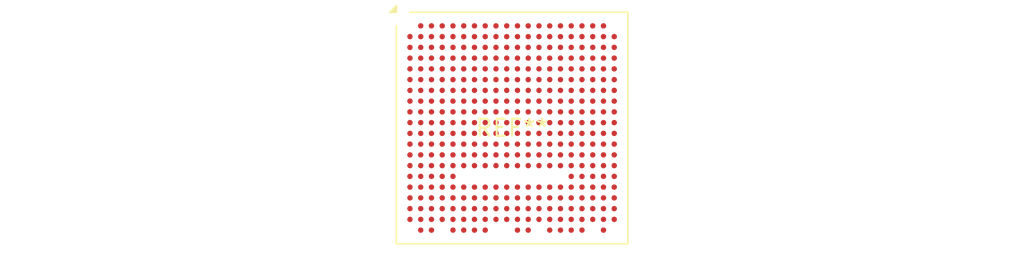
<source format=kicad_pcb>
(kicad_pcb (version 20240108) (generator pcbnew)
  (layers (0 "F.Cu" signal) (31 "B.Cu" signal) (34 "B.Paste" user) (35 "F.Paste" user) (36 "B.SilkS" user "B.Silkscreen") (37 "F.SilkS" user "F.Silkscreen") (38 "B.Mask" user) (39 "F.Mask" user) (44 "Edge.Cuts" user))
  (net 0 "")
  (footprint "Lattice_caBGA-381_17.0x17.0mm_Layout20x20_P0.8mm_Ball0.4mm_Pad0.4mm" (layer "F.Cu") (at 0 0)
    (property "Reference" "REF**")
    (property "Value" "Lattice_caBGA-381_17.0x17.0mm_Layout20x20_P0.8mm_Ball0.4mm_Pad0.4mm")
    (fp_line (start -8.61 8.61) (end -8.61 -7.61) (layer "F.SilkS") (stroke (width 0.12)))
    (fp_line (start -7.61 -8.61) (end 8.61 -8.61) (layer "F.SilkS") (stroke (width 0.12)))
    (fp_line (start 8.61 -8.61) (end 8.61 8.61) (layer "F.SilkS") (stroke (width 0.12)))
    (fp_line (start 8.61 8.61) (end -8.61 8.61) (layer "F.SilkS") (stroke (width 0.12)))
    (fp_poly (pts (xy -8.61 -8.61) (xy -9.11 -8.61) (xy -8.61 -9.11) (xy -8.61 -8.61)) (layer "F.SilkS") (stroke (width 0.12)) (fill solid))
    (pad "A2" smd circle (at -6.8 -7.6) (size 0.4 0.4) (property pad_prop_bga) (layers "F.Cu" "F.Paste" "F.Mask"))
    (pad "A3" smd circle (at -6 -7.6) (size 0.4 0.4) (property pad_prop_bga) (layers "F.Cu" "F.Paste" "F.Mask"))
    (pad "A4" smd circle (at -5.2 -7.6) (size 0.4 0.4) (property pad_prop_bga) (layers "F.Cu" "F.Paste" "F.Mask"))
    (pad "A5" smd circle (at -4.4 -7.6) (size 0.4 0.4) (property pad_prop_bga) (layers "F.Cu" "F.Paste" "F.Mask"))
    (pad "A6" smd circle (at -3.6 -7.6) (size 0.4 0.4) (property pad_prop_bga) (layers "F.Cu" "F.Paste" "F.Mask"))
    (pad "A7" smd circle (at -2.8 -7.6) (size 0.4 0.4) (property pad_prop_bga) (layers "F.Cu" "F.Paste" "F.Mask"))
    (pad "A8" smd circle (at -2 -7.6) (size 0.4 0.4) (property pad_prop_bga) (layers "F.Cu" "F.Paste" "F.Mask"))
    (pad "A9" smd circle (at -1.2 -7.6) (size 0.4 0.4) (property pad_prop_bga) (layers "F.Cu" "F.Paste" "F.Mask"))
    (pad "A10" smd circle (at -0.4 -7.6) (size 0.4 0.4) (property pad_prop_bga) (layers "F.Cu" "F.Paste" "F.Mask"))
    (pad "A11" smd circle (at 0.4 -7.6) (size 0.4 0.4) (property pad_prop_bga) (layers "F.Cu" "F.Paste" "F.Mask"))
    (pad "A12" smd circle (at 1.2 -7.6) (size 0.4 0.4) (property pad_prop_bga) (layers "F.Cu" "F.Paste" "F.Mask"))
    (pad "A13" smd circle (at 2 -7.6) (size 0.4 0.4) (property pad_prop_bga) (layers "F.Cu" "F.Paste" "F.Mask"))
    (pad "A14" smd circle (at 2.8 -7.6) (size 0.4 0.4) (property pad_prop_bga) (layers "F.Cu" "F.Paste" "F.Mask"))
    (pad "A15" smd circle (at 3.6 -7.6) (size 0.4 0.4) (property pad_prop_bga) (layers "F.Cu" "F.Paste" "F.Mask"))
    (pad "A16" smd circle (at 4.4 -7.6) (size 0.4 0.4) (property pad_prop_bga) (layers "F.Cu" "F.Paste" "F.Mask"))
    (pad "A17" smd circle (at 5.2 -7.6) (size 0.4 0.4) (property pad_prop_bga) (layers "F.Cu" "F.Paste" "F.Mask"))
    (pad "A18" smd circle (at 6 -7.6) (size 0.4 0.4) (property pad_prop_bga) (layers "F.Cu" "F.Paste" "F.Mask"))
    (pad "A19" smd circle (at 6.8 -7.6) (size 0.4 0.4) (property pad_prop_bga) (layers "F.Cu" "F.Paste" "F.Mask"))
    (pad "B1" smd circle (at -7.6 -6.8) (size 0.4 0.4) (property pad_prop_bga) (layers "F.Cu" "F.Paste" "F.Mask"))
    (pad "B2" smd circle (at -6.8 -6.8) (size 0.4 0.4) (property pad_prop_bga) (layers "F.Cu" "F.Paste" "F.Mask"))
    (pad "B3" smd circle (at -6 -6.8) (size 0.4 0.4) (property pad_prop_bga) (layers "F.Cu" "F.Paste" "F.Mask"))
    (pad "B4" smd circle (at -5.2 -6.8) (size 0.4 0.4) (property pad_prop_bga) (layers "F.Cu" "F.Paste" "F.Mask"))
    (pad "B5" smd circle (at -4.4 -6.8) (size 0.4 0.4) (property pad_prop_bga) (layers "F.Cu" "F.Paste" "F.Mask"))
    (pad "B6" smd circle (at -3.6 -6.8) (size 0.4 0.4) (property pad_prop_bga) (layers "F.Cu" "F.Paste" "F.Mask"))
    (pad "B7" smd circle (at -2.8 -6.8) (size 0.4 0.4) (property pad_prop_bga) (layers "F.Cu" "F.Paste" "F.Mask"))
    (pad "B8" smd circle (at -2 -6.8) (size 0.4 0.4) (property pad_prop_bga) (layers "F.Cu" "F.Paste" "F.Mask"))
    (pad "B9" smd circle (at -1.2 -6.8) (size 0.4 0.4) (property pad_prop_bga) (layers "F.Cu" "F.Paste" "F.Mask"))
    (pad "B10" smd circle (at -0.4 -6.8) (size 0.4 0.4) (property pad_prop_bga) (layers "F.Cu" "F.Paste" "F.Mask"))
    (pad "B11" smd circle (at 0.4 -6.8) (size 0.4 0.4) (property pad_prop_bga) (layers "F.Cu" "F.Paste" "F.Mask"))
    (pad "B12" smd circle (at 1.2 -6.8) (size 0.4 0.4) (property pad_prop_bga) (layers "F.Cu" "F.Paste" "F.Mask"))
    (pad "B13" smd circle (at 2 -6.8) (size 0.4 0.4) (property pad_prop_bga) (layers "F.Cu" "F.Paste" "F.Mask"))
    (pad "B14" smd circle (at 2.8 -6.8) (size 0.4 0.4) (property pad_prop_bga) (layers "F.Cu" "F.Paste" "F.Mask"))
    (pad "B15" smd circle (at 3.6 -6.8) (size 0.4 0.4) (property pad_prop_bga) (layers "F.Cu" "F.Paste" "F.Mask"))
    (pad "B16" smd circle (at 4.4 -6.8) (size 0.4 0.4) (property pad_prop_bga) (layers "F.Cu" "F.Paste" "F.Mask"))
    (pad "B17" smd circle (at 5.2 -6.8) (size 0.4 0.4) (property pad_prop_bga) (layers "F.Cu" "F.Paste" "F.Mask"))
    (pad "B18" smd circle (at 6 -6.8) (size 0.4 0.4) (property pad_prop_bga) (layers "F.Cu" "F.Paste" "F.Mask"))
    (pad "B19" smd circle (at 6.8 -6.8) (size 0.4 0.4) (property pad_prop_bga) (layers "F.Cu" "F.Paste" "F.Mask"))
    (pad "B20" smd circle (at 7.6 -6.8) (size 0.4 0.4) (property pad_prop_bga) (layers "F.Cu" "F.Paste" "F.Mask"))
    (pad "C1" smd circle (at -7.6 -6) (size 0.4 0.4) (property pad_prop_bga) (layers "F.Cu" "F.Paste" "F.Mask"))
    (pad "C2" smd circle (at -6.8 -6) (size 0.4 0.4) (property pad_prop_bga) (layers "F.Cu" "F.Paste" "F.Mask"))
    (pad "C3" smd circle (at -6 -6) (size 0.4 0.4) (property pad_prop_bga) (layers "F.Cu" "F.Paste" "F.Mask"))
    (pad "C4" smd circle (at -5.2 -6) (size 0.4 0.4) (property pad_prop_bga) (layers "F.Cu" "F.Paste" "F.Mask"))
    (pad "C5" smd circle (at -4.4 -6) (size 0.4 0.4) (property pad_prop_bga) (layers "F.Cu" "F.Paste" "F.Mask"))
    (pad "C6" smd circle (at -3.6 -6) (size 0.4 0.4) (property pad_prop_bga) (layers "F.Cu" "F.Paste" "F.Mask"))
    (pad "C7" smd circle (at -2.8 -6) (size 0.4 0.4) (property pad_prop_bga) (layers "F.Cu" "F.Paste" "F.Mask"))
    (pad "C8" smd circle (at -2 -6) (size 0.4 0.4) (property pad_prop_bga) (layers "F.Cu" "F.Paste" "F.Mask"))
    (pad "C9" smd circle (at -1.2 -6) (size 0.4 0.4) (property pad_prop_bga) (layers "F.Cu" "F.Paste" "F.Mask"))
    (pad "C10" smd circle (at -0.4 -6) (size 0.4 0.4) (property pad_prop_bga) (layers "F.Cu" "F.Paste" "F.Mask"))
    (pad "C11" smd circle (at 0.4 -6) (size 0.4 0.4) (property pad_prop_bga) (layers "F.Cu" "F.Paste" "F.Mask"))
    (pad "C12" smd circle (at 1.2 -6) (size 0.4 0.4) (property pad_prop_bga) (layers "F.Cu" "F.Paste" "F.Mask"))
    (pad "C13" smd circle (at 2 -6) (size 0.4 0.4) (property pad_prop_bga) (layers "F.Cu" "F.Paste" "F.Mask"))
    (pad "C14" smd circle (at 2.8 -6) (size 0.4 0.4) (property pad_prop_bga) (layers "F.Cu" "F.Paste" "F.Mask"))
    (pad "C15" smd circle (at 3.6 -6) (size 0.4 0.4) (property pad_prop_bga) (layers "F.Cu" "F.Paste" "F.Mask"))
    (pad "C16" smd circle (at 4.4 -6) (size 0.4 0.4) (property pad_prop_bga) (layers "F.Cu" "F.Paste" "F.Mask"))
    (pad "C17" smd circle (at 5.2 -6) (size 0.4 0.4) (property pad_prop_bga) (layers "F.Cu" "F.Paste" "F.Mask"))
    (pad "C18" smd circle (at 6 -6) (size 0.4 0.4) (property pad_prop_bga) (layers "F.Cu" "F.Paste" "F.Mask"))
    (pad "C19" smd circle (at 6.8 -6) (size 0.4 0.4) (property pad_prop_bga) (layers "F.Cu" "F.Paste" "F.Mask"))
    (pad "C20" smd circle (at 7.6 -6) (size 0.4 0.4) (property pad_prop_bga) (layers "F.Cu" "F.Paste" "F.Mask"))
    (pad "D1" smd circle (at -7.6 -5.2) (size 0.4 0.4) (property pad_prop_bga) (layers "F.Cu" "F.Paste" "F.Mask"))
    (pad "D2" smd circle (at -6.8 -5.2) (size 0.4 0.4) (property pad_prop_bga) (layers "F.Cu" "F.Paste" "F.Mask"))
    (pad "D3" smd circle (at -6 -5.2) (size 0.4 0.4) (property pad_prop_bga) (layers "F.Cu" "F.Paste" "F.Mask"))
    (pad "D4" smd circle (at -5.2 -5.2) (size 0.4 0.4) (property pad_prop_bga) (layers "F.Cu" "F.Paste" "F.Mask"))
    (pad "D5" smd circle (at -4.4 -5.2) (size 0.4 0.4) (property pad_prop_bga) (layers "F.Cu" "F.Paste" "F.Mask"))
    (pad "D6" smd circle (at -3.6 -5.2) (size 0.4 0.4) (property pad_prop_bga) (layers "F.Cu" "F.Paste" "F.Mask"))
    (pad "D7" smd circle (at -2.8 -5.2) (size 0.4 0.4) (property pad_prop_bga) (layers "F.Cu" "F.Paste" "F.Mask"))
    (pad "D8" smd circle (at -2 -5.2) (size 0.4 0.4) (property pad_prop_bga) (layers "F.Cu" "F.Paste" "F.Mask"))
    (pad "D9" smd circle (at -1.2 -5.2) (size 0.4 0.4) (property pad_prop_bga) (layers "F.Cu" "F.Paste" "F.Mask"))
    (pad "D10" smd circle (at -0.4 -5.2) (size 0.4 0.4) (property pad_prop_bga) (layers "F.Cu" "F.Paste" "F.Mask"))
    (pad "D11" smd circle (at 0.4 -5.2) (size 0.4 0.4) (property pad_prop_bga) (layers "F.Cu" "F.Paste" "F.Mask"))
    (pad "D12" smd circle (at 1.2 -5.2) (size 0.4 0.4) (property pad_prop_bga) (layers "F.Cu" "F.Paste" "F.Mask"))
    (pad "D13" smd circle (at 2 -5.2) (size 0.4 0.4) (property pad_prop_bga) (layers "F.Cu" "F.Paste" "F.Mask"))
    (pad "D14" smd circle (at 2.8 -5.2) (size 0.4 0.4) (property pad_prop_bga) (layers "F.Cu" "F.Paste" "F.Mask"))
    (pad "D15" smd circle (at 3.6 -5.2) (size 0.4 0.4) (property pad_prop_bga) (layers "F.Cu" "F.Paste" "F.Mask"))
    (pad "D16" smd circle (at 4.4 -5.2) (size 0.4 0.4) (property pad_prop_bga) (layers "F.Cu" "F.Paste" "F.Mask"))
    (pad "D17" smd circle (at 5.2 -5.2) (size 0.4 0.4) (property pad_prop_bga) (layers "F.Cu" "F.Paste" "F.Mask"))
    (pad "D18" smd circle (at 6 -5.2) (size 0.4 0.4) (property pad_prop_bga) (layers "F.Cu" "F.Paste" "F.Mask"))
    (pad "D19" smd circle (at 6.8 -5.2) (size 0.4 0.4) (property pad_prop_bga) (layers "F.Cu" "F.Paste" "F.Mask"))
    (pad "D20" smd circle (at 7.6 -5.2) (size 0.4 0.4) (property pad_prop_bga) (layers "F.Cu" "F.Paste" "F.Mask"))
    (pad "E1" smd circle (at -7.6 -4.4) (size 0.4 0.4) (property pad_prop_bga) (layers "F.Cu" "F.Paste" "F.Mask"))
    (pad "E2" smd circle (at -6.8 -4.4) (size 0.4 0.4) (property pad_prop_bga) (layers "F.Cu" "F.Paste" "F.Mask"))
    (pad "E3" smd circle (at -6 -4.4) (size 0.4 0.4) (property pad_prop_bga) (layers "F.Cu" "F.Paste" "F.Mask"))
    (pad "E4" smd circle (at -5.2 -4.4) (size 0.4 0.4) (property pad_prop_bga) (layers "F.Cu" "F.Paste" "F.Mask"))
    (pad "E5" smd circle (at -4.4 -4.4) (size 0.4 0.4) (property pad_prop_bga) (layers "F.Cu" "F.Paste" "F.Mask"))
    (pad "E6" smd circle (at -3.6 -4.4) (size 0.4 0.4) (property pad_prop_bga) (layers "F.Cu" "F.Paste" "F.Mask"))
    (pad "E7" smd circle (at -2.8 -4.4) (size 0.4 0.4) (property pad_prop_bga) (layers "F.Cu" "F.Paste" "F.Mask"))
    (pad "E8" smd circle (at -2 -4.4) (size 0.4 0.4) (property pad_prop_bga) (layers "F.Cu" "F.Paste" "F.Mask"))
    (pad "E9" smd circle (at -1.2 -4.4) (size 0.4 0.4) (property pad_prop_bga) (layers "F.Cu" "F.Paste" "F.Mask"))
    (pad "E10" smd circle (at -0.4 -4.4) (size 0.4 0.4) (property pad_prop_bga) (layers "F.Cu" "F.Paste" "F.Mask"))
    (pad "E11" smd circle (at 0.4 -4.4) (size 0.4 0.4) (property pad_prop_bga) (layers "F.Cu" "F.Paste" "F.Mask"))
    (pad "E12" smd circle (at 1.2 -4.4) (size 0.4 0.4) (property pad_prop_bga) (layers "F.Cu" "F.Paste" "F.Mask"))
    (pad "E13" smd circle (at 2 -4.4) (size 0.4 0.4) (property pad_prop_bga) (layers "F.Cu" "F.Paste" "F.Mask"))
    (pad "E14" smd circle (at 2.8 -4.4) (size 0.4 0.4) (property pad_prop_bga) (layers "F.Cu" "F.Paste" "F.Mask"))
    (pad "E15" smd circle (at 3.6 -4.4) (size 0.4 0.4) (property pad_prop_bga) (layers "F.Cu" "F.Paste" "F.Mask"))
    (pad "E16" smd circle (at 4.4 -4.4) (size 0.4 0.4) (property pad_prop_bga) (layers "F.Cu" "F.Paste" "F.Mask"))
    (pad "E17" smd circle (at 5.2 -4.4) (size 0.4 0.4) (property pad_prop_bga) (layers "F.Cu" "F.Paste" "F.Mask"))
    (pad "E18" smd circle (at 6 -4.4) (size 0.4 0.4) (property pad_prop_bga) (layers "F.Cu" "F.Paste" "F.Mask"))
    (pad "E19" smd circle (at 6.8 -4.4) (size 0.4 0.4) (property pad_prop_bga) (layers "F.Cu" "F.Paste" "F.Mask"))
    (pad "E20" smd circle (at 7.6 -4.4) (size 0.4 0.4) (property pad_prop_bga) (layers "F.Cu" "F.Paste" "F.Mask"))
    (pad "F1" smd circle (at -7.6 -3.6) (size 0.4 0.4) (property pad_prop_bga) (layers "F.Cu" "F.Paste" "F.Mask"))
    (pad "F2" smd circle (at -6.8 -3.6) (size 0.4 0.4) (property pad_prop_bga) (layers "F.Cu" "F.Paste" "F.Mask"))
    (pad "F3" smd circle (at -6 -3.6) (size 0.4 0.4) (property pad_prop_bga) (layers "F.Cu" "F.Paste" "F.Mask"))
    (pad "F4" smd circle (at -5.2 -3.6) (size 0.4 0.4) (property pad_prop_bga) (layers "F.Cu" "F.Paste" "F.Mask"))
    (pad "F5" smd circle (at -4.4 -3.6) (size 0.4 0.4) (property pad_prop_bga) (layers "F.Cu" "F.Paste" "F.Mask"))
    (pad "F6" smd circle (at -3.6 -3.6) (size 0.4 0.4) (property pad_prop_bga) (layers "F.Cu" "F.Paste" "F.Mask"))
    (pad "F7" smd circle (at -2.8 -3.6) (size 0.4 0.4) (property pad_prop_bga) (layers "F.Cu" "F.Paste" "F.Mask"))
    (pad "F8" smd circle (at -2 -3.6) (size 0.4 0.4) (property pad_prop_bga) (layers "F.Cu" "F.Paste" "F.Mask"))
    (pad "F9" smd circle (at -1.2 -3.6) (size 0.4 0.4) (property pad_prop_bga) (layers "F.Cu" "F.Paste" "F.Mask"))
    (pad "F10" smd circle (at -0.4 -3.6) (size 0.4 0.4) (property pad_prop_bga) (layers "F.Cu" "F.Paste" "F.Mask"))
    (pad "F11" smd circle (at 0.4 -3.6) (size 0.4 0.4) (property pad_prop_bga) (layers "F.Cu" "F.Paste" "F.Mask"))
    (pad "F12" smd circle (at 1.2 -3.6) (size 0.4 0.4) (property pad_prop_bga) (layers "F.Cu" "F.Paste" "F.Mask"))
    (pad "F13" smd circle (at 2 -3.6) (size 0.4 0.4) (property pad_prop_bga) (layers "F.Cu" "F.Paste" "F.Mask"))
    (pad "F14" smd circle (at 2.8 -3.6) (size 0.4 0.4) (property pad_prop_bga) (layers "F.Cu" "F.Paste" "F.Mask"))
    (pad "F15" smd circle (at 3.6 -3.6) (size 0.4 0.4) (property pad_prop_bga) (layers "F.Cu" "F.Paste" "F.Mask"))
    (pad "F16" smd circle (at 4.4 -3.6) (size 0.4 0.4) (property pad_prop_bga) (layers "F.Cu" "F.Paste" "F.Mask"))
    (pad "F17" smd circle (at 5.2 -3.6) (size 0.4 0.4) (property pad_prop_bga) (layers "F.Cu" "F.Paste" "F.Mask"))
    (pad "F18" smd circle (at 6 -3.6) (size 0.4 0.4) (property pad_prop_bga) (layers "F.Cu" "F.Paste" "F.Mask"))
    (pad "F19" smd circle (at 6.8 -3.6) (size 0.4 0.4) (property pad_prop_bga) (layers "F.Cu" "F.Paste" "F.Mask"))
    (pad "F20" smd circle (at 7.6 -3.6) (size 0.4 0.4) (property pad_prop_bga) (layers "F.Cu" "F.Paste" "F.Mask"))
    (pad "G1" smd circle (at -7.6 -2.8) (size 0.4 0.4) (property pad_prop_bga) (layers "F.Cu" "F.Paste" "F.Mask"))
    (pad "G2" smd circle (at -6.8 -2.8) (size 0.4 0.4) (property pad_prop_bga) (layers "F.Cu" "F.Paste" "F.Mask"))
    (pad "G3" smd circle (at -6 -2.8) (size 0.4 0.4) (property pad_prop_bga) (layers "F.Cu" "F.Paste" "F.Mask"))
    (pad "G4" smd circle (at -5.2 -2.8) (size 0.4 0.4) (property pad_prop_bga) (layers "F.Cu" "F.Paste" "F.Mask"))
    (pad "G5" smd circle (at -4.4 -2.8) (size 0.4 0.4) (property pad_prop_bga) (layers "F.Cu" "F.Paste" "F.Mask"))
    (pad "G6" smd circle (at -3.6 -2.8) (size 0.4 0.4) (property pad_prop_bga) (layers "F.Cu" "F.Paste" "F.Mask"))
    (pad "G7" smd circle (at -2.8 -2.8) (size 0.4 0.4) (property pad_prop_bga) (layers "F.Cu" "F.Paste" "F.Mask"))
    (pad "G8" smd circle (at -2 -2.8) (size 0.4 0.4) (property pad_prop_bga) (layers "F.Cu" "F.Paste" "F.Mask"))
    (pad "G9" smd circle (at -1.2 -2.8) (size 0.4 0.4) (property pad_prop_bga) (layers "F.Cu" "F.Paste" "F.Mask"))
    (pad "G10" smd circle (at -0.4 -2.8) (size 0.4 0.4) (property pad_prop_bga) (layers "F.Cu" "F.Paste" "F.Mask"))
    (pad "G11" smd circle (at 0.4 -2.8) (size 0.4 0.4) (property pad_prop_bga) (layers "F.Cu" "F.Paste" "F.Mask"))
    (pad "G12" smd circle (at 1.2 -2.8) (size 0.4 0.4) (property pad_prop_bga) (layers "F.Cu" "F.Paste" "F.Mask"))
    (pad "G13" smd circle (at 2 -2.8) (size 0.4 0.4) (property pad_prop_bga) (layers "F.Cu" "F.Paste" "F.Mask"))
    (pad "G14" smd circle (at 2.8 -2.8) (size 0.4 0.4) (property pad_prop_bga) (layers "F.Cu" "F.Paste" "F.Mask"))
    (pad "G15" smd circle (at 3.6 -2.8) (size 0.4 0.4) (property pad_prop_bga) (layers "F.Cu" "F.Paste" "F.Mask"))
    (pad "G16" smd circle (at 4.4 -2.8) (size 0.4 0.4) (property pad_prop_bga) (layers "F.Cu" "F.Paste" "F.Mask"))
    (pad "G17" smd circle (at 5.2 -2.8) (size 0.4 0.4) (property pad_prop_bga) (layers "F.Cu" "F.Paste" "F.Mask"))
    (pad "G18" smd circle (at 6 -2.8) (size 0.4 0.4) (property pad_prop_bga) (layers "F.Cu" "F.Paste" "F.Mask"))
    (pad "G19" smd circle (at 6.8 -2.8) (size 0.4 0.4) (property pad_prop_bga) (layers "F.Cu" "F.Paste" "F.Mask"))
    (pad "G20" smd circle (at 7.6 -2.8) (size 0.4 0.4) (property pad_prop_bga) (layers "F.Cu" "F.Paste" "F.Mask"))
    (pad "H1" smd circle (at -7.6 -2) (size 0.4 0.4) (property pad_prop_bga) (layers "F.Cu" "F.Paste" "F.Mask"))
    (pad "H2" smd circle (at -6.8 -2) (size 0.4 0.4) (property pad_prop_bga) (layers "F.Cu" "F.Paste" "F.Mask"))
    (pad "H3" smd circle (at -6 -2) (size 0.4 0.4) (property pad_prop_bga) (layers "F.Cu" "F.Paste" "F.Mask"))
    (pad "H4" smd circle (at -5.2 -2) (size 0.4 0.4) (property pad_prop_bga) (layers "F.Cu" "F.Paste" "F.Mask"))
    (pad "H5" smd circle (at -4.4 -2) (size 0.4 0.4) (property pad_prop_bga) (layers "F.Cu" "F.Paste" "F.Mask"))
    (pad "H6" smd circle (at -3.6 -2) (size 0.4 0.4) (property pad_prop_bga) (layers "F.Cu" "F.Paste" "F.Mask"))
    (pad "H7" smd circle (at -2.8 -2) (size 0.4 0.4) (property pad_prop_bga) (layers "F.Cu" "F.Paste" "F.Mask"))
    (pad "H8" smd circle (at -2 -2) (size 0.4 0.4) (property pad_prop_bga) (layers "F.Cu" "F.Paste" "F.Mask"))
    (pad "H9" smd circle (at -1.2 -2) (size 0.4 0.4) (property pad_prop_bga) (layers "F.Cu" "F.Paste" "F.Mask"))
    (pad "H10" smd circle (at -0.4 -2) (size 0.4 0.4) (property pad_prop_bga) (layers "F.Cu" "F.Paste" "F.Mask"))
    (pad "H11" smd circle (at 0.4 -2) (size 0.4 0.4) (property pad_prop_bga) (layers "F.Cu" "F.Paste" "F.Mask"))
    (pad "H12" smd circle (at 1.2 -2) (size 0.4 0.4) (property pad_prop_bga) (layers "F.Cu" "F.Paste" "F.Mask"))
    (pad "H13" smd circle (at 2 -2) (size 0.4 0.4) (property pad_prop_bga) (layers "F.Cu" "F.Paste" "F.Mask"))
    (pad "H14" smd circle (at 2.8 -2) (size 0.4 0.4) (property pad_prop_bga) (layers "F.Cu" "F.Paste" "F.Mask"))
    (pad "H15" smd circle (at 3.6 -2) (size 0.4 0.4) (property pad_prop_bga) (layers "F.Cu" "F.Paste" "F.Mask"))
    (pad "H16" smd circle (at 4.4 -2) (size 0.4 0.4) (property pad_prop_bga) (layers "F.Cu" "F.Paste" "F.Mask"))
    (pad "H17" smd circle (at 5.2 -2) (size 0.4 0.4) (property pad_prop_bga) (layers "F.Cu" "F.Paste" "F.Mask"))
    (pad "H18" smd circle (at 6 -2) (size 0.4 0.4) (property pad_prop_bga) (layers "F.Cu" "F.Paste" "F.Mask"))
    (pad "H19" smd circle (at 6.8 -2) (size 0.4 0.4) (property pad_prop_bga) (layers "F.Cu" "F.Paste" "F.Mask"))
    (pad "H20" smd circle (at 7.6 -2) (size 0.4 0.4) (property pad_prop_bga) (layers "F.Cu" "F.Paste" "F.Mask"))
    (pad "J1" smd circle (at -7.6 -1.2) (size 0.4 0.4) (property pad_prop_bga) (layers "F.Cu" "F.Paste" "F.Mask"))
    (pad "J2" smd circle (at -6.8 -1.2) (size 0.4 0.4) (property pad_prop_bga) (layers "F.Cu" "F.Paste" "F.Mask"))
    (pad "J3" smd circle (at -6 -1.2) (size 0.4 0.4) (property pad_prop_bga) (layers "F.Cu" "F.Paste" "F.Mask"))
    (pad "J4" smd circle (at -5.2 -1.2) (size 0.4 0.4) (property pad_prop_bga) (layers "F.Cu" "F.Paste" "F.Mask"))
    (pad "J5" smd circle (at -4.4 -1.2) (size 0.4 0.4) (property pad_prop_bga) (layers "F.Cu" "F.Paste" "F.Mask"))
    (pad "J6" smd circle (at -3.6 -1.2) (size 0.4 0.4) (property pad_prop_bga) (layers "F.Cu" "F.Paste" "F.Mask"))
    (pad "J7" smd circle (at -2.8 -1.2) (size 0.4 0.4) (property pad_prop_bga) (layers "F.Cu" "F.Paste" "F.Mask"))
    (pad "J8" smd circle (at -2 -1.2) (size 0.4 0.4) (property pad_prop_bga) (layers "F.Cu" "F.Paste" "F.Mask"))
    (pad "J9" smd circle (at -1.2 -1.2) (size 0.4 0.4) (property pad_prop_bga) (layers "F.Cu" "F.Paste" "F.Mask"))
    (pad "J10" smd circle (at -0.4 -1.2) (size 0.4 0.4) (property pad_prop_bga) (layers "F.Cu" "F.Paste" "F.Mask"))
    (pad "J11" smd circle (at 0.4 -1.2) (size 0.4 0.4) (property pad_prop_bga) (layers "F.Cu" "F.Paste" "F.Mask"))
    (pad "J12" smd circle (at 1.2 -1.2) (size 0.4 0.4) (property pad_prop_bga) (layers "F.Cu" "F.Paste" "F.Mask"))
    (pad "J13" smd circle (at 2 -1.2) (size 0.4 0.4) (property pad_prop_bga) (layers "F.Cu" "F.Paste" "F.Mask"))
    (pad "J14" smd circle (at 2.8 -1.2) (size 0.4 0.4) (property pad_prop_bga) (layers "F.Cu" "F.Paste" "F.Mask"))
    (pad "J15" smd circle (at 3.6 -1.2) (size 0.4 0.4) (property pad_prop_bga) (layers "F.Cu" "F.Paste" "F.Mask"))
    (pad "J16" smd circle (at 4.4 -1.2) (size 0.4 0.4) (property pad_prop_bga) (layers "F.Cu" "F.Paste" "F.Mask"))
    (pad "J17" smd circle (at 5.2 -1.2) (size 0.4 0.4) (property pad_prop_bga) (layers "F.Cu" "F.Paste" "F.Mask"))
    (pad "J18" smd circle (at 6 -1.2) (size 0.4 0.4) (property pad_prop_bga) (layers "F.Cu" "F.Paste" "F.Mask"))
    (pad "J19" smd circle (at 6.8 -1.2) (size 0.4 0.4) (property pad_prop_bga) (layers "F.Cu" "F.Paste" "F.Mask"))
    (pad "J20" smd circle (at 7.6 -1.2) (size 0.4 0.4) (property pad_prop_bga) (layers "F.Cu" "F.Paste" "F.Mask"))
    (pad "K1" smd circle (at -7.6 -0.4) (size 0.4 0.4) (property pad_prop_bga) (layers "F.Cu" "F.Paste" "F.Mask"))
    (pad "K2" smd circle (at -6.8 -0.4) (size 0.4 0.4) (property pad_prop_bga) (layers "F.Cu" "F.Paste" "F.Mask"))
    (pad "K3" smd circle (at -6 -0.4) (size 0.4 0.4) (property pad_prop_bga) (layers "F.Cu" "F.Paste" "F.Mask"))
    (pad "K4" smd circle (at -5.2 -0.4) (size 0.4 0.4) (property pad_prop_bga) (layers "F.Cu" "F.Paste" "F.Mask"))
    (pad "K5" smd circle (at -4.4 -0.4) (size 0.4 0.4) (property pad_prop_bga) (layers "F.Cu" "F.Paste" "F.Mask"))
    (pad "K6" smd circle (at -3.6 -0.4) (size 0.4 0.4) (property pad_prop_bga) (layers "F.Cu" "F.Paste" "F.Mask"))
    (pad "K7" smd circle (at -2.8 -0.4) (size 0.4 0.4) (property pad_prop_bga) (layers "F.Cu" "F.Paste" "F.Mask"))
    (pad "K8" smd circle (at -2 -0.4) (size 0.4 0.4) (property pad_prop_bga) (layers "F.Cu" "F.Paste" "F.Mask"))
    (pad "K9" smd circle (at -1.2 -0.4) (size 0.4 0.4) (property pad_prop_bga) (layers "F.Cu" "F.Paste" "F.Mask"))
    (pad "K10" smd circle (at -0.4 -0.4) (size 0.4 0.4) (property pad_prop_bga) (layers "F.Cu" "F.Paste" "F.Mask"))
    (pad "K11" smd circle (at 0.4 -0.4) (size 0.4 0.4) (property pad_prop_bga) (layers "F.Cu" "F.Paste" "F.Mask"))
    (pad "K12" smd circle (at 1.2 -0.4) (size 0.4 0.4) (property pad_prop_bga) (layers "F.Cu" "F.Paste" "F.Mask"))
    (pad "K13" smd circle (at 2 -0.4) (size 0.4 0.4) (property pad_prop_bga) (layers "F.Cu" "F.Paste" "F.Mask"))
    (pad "K14" smd circle (at 2.8 -0.4) (size 0.4 0.4) (property pad_prop_bga) (layers "F.Cu" "F.Paste" "F.Mask"))
    (pad "K15" smd circle (at 3.6 -0.4) (size 0.4 0.4) (property pad_prop_bga) (layers "F.Cu" "F.Paste" "F.Mask"))
    (pad "K16" smd circle (at 4.4 -0.4) (size 0.4 0.4) (property pad_prop_bga) (layers "F.Cu" "F.Paste" "F.Mask"))
    (pad "K17" smd circle (at 5.2 -0.4) (size 0.4 0.4) (property pad_prop_bga) (layers "F.Cu" "F.Paste" "F.Mask"))
    (pad "K18" smd circle (at 6 -0.4) (size 0.4 0.4) (property pad_prop_bga) (layers "F.Cu" "F.Paste" "F.Mask"))
    (pad "K19" smd circle (at 6.8 -0.4) (size 0.4 0.4) (property pad_prop_bga) (layers "F.Cu" "F.Paste" "F.Mask"))
    (pad "K20" smd circle (at 7.6 -0.4) (size 0.4 0.4) (property pad_prop_bga) (layers "F.Cu" "F.Paste" "F.Mask"))
    (pad "L1" smd circle (at -7.6 0.4) (size 0.4 0.4) (property pad_prop_bga) (layers "F.Cu" "F.Paste" "F.Mask"))
    (pad "L2" smd circle (at -6.8 0.4) (size 0.4 0.4) (property pad_prop_bga) (layers "F.Cu" "F.Paste" "F.Mask"))
    (pad "L3" smd circle (at -6 0.4) (size 0.4 0.4) (property pad_prop_bga) (layers "F.Cu" "F.Paste" "F.Mask"))
    (pad "L4" smd circle (at -5.2 0.4) (size 0.4 0.4) (property pad_prop_bga) (layers "F.Cu" "F.Paste" "F.Mask"))
    (pad "L5" smd circle (at -4.4 0.4) (size 0.4 0.4) (property pad_prop_bga) (layers "F.Cu" "F.Paste" "F.Mask"))
    (pad "L6" smd circle (at -3.6 0.4) (size 0.4 0.4) (property pad_prop_bga) (layers "F.Cu" "F.Paste" "F.Mask"))
    (pad "L7" smd circle (at -2.8 0.4) (size 0.4 0.4) (property pad_prop_bga) (layers "F.Cu" "F.Paste" "F.Mask"))
    (pad "L8" smd circle (at -2 0.4) (size 0.4 0.4) (property pad_prop_bga) (layers "F.Cu" "F.Paste" "F.Mask"))
    (pad "L9" smd circle (at -1.2 0.4) (size 0.4 0.4) (property pad_prop_bga) (layers "F.Cu" "F.Paste" "F.Mask"))
    (pad "L10" smd circle (at -0.4 0.4) (size 0.4 0.4) (property pad_prop_bga) (layers "F.Cu" "F.Paste" "F.Mask"))
    (pad "L11" smd circle (at 0.4 0.4) (size 0.4 0.4) (property pad_prop_bga) (layers "F.Cu" "F.Paste" "F.Mask"))
    (pad "L12" smd circle (at 1.2 0.4) (size 0.4 0.4) (property pad_prop_bga) (layers "F.Cu" "F.Paste" "F.Mask"))
    (pad "L13" smd circle (at 2 0.4) (size 0.4 0.4) (property pad_prop_bga) (layers "F.Cu" "F.Paste" "F.Mask"))
    (pad "L14" smd circle (at 2.8 0.4) (size 0.4 0.4) (property pad_prop_bga) (layers "F.Cu" "F.Paste" "F.Mask"))
    (pad "L15" smd circle (at 3.6 0.4) (size 0.4 0.4) (property pad_prop_bga) (layers "F.Cu" "F.Paste" "F.Mask"))
    (pad "L16" smd circle (at 4.4 0.4) (size 0.4 0.4) (property pad_prop_bga) (layers "F.Cu" "F.Paste" "F.Mask"))
    (pad "L17" smd circle (at 5.2 0.4) (size 0.4 0.4) (property pad_prop_bga) (layers "F.Cu" "F.Paste" "F.Mask"))
    (pad "L18" smd circle (at 6 0.4) (size 0.4 0.4) (property pad_prop_bga) (layers "F.Cu" "F.Paste" "F.Mask"))
    (pad "L19" smd circle (at 6.8 0.4) (size 0.4 0.4) (property pad_prop_bga) (layers "F.Cu" "F.Paste" "F.Mask"))
    (pad "L20" smd circle (at 7.6 0.4) (size 0.4 0.4) (property pad_prop_bga) (layers "F.Cu" "F.Paste" "F.Mask"))
    (pad "M1" smd circle (at -7.6 1.2) (size 0.4 0.4) (property pad_prop_bga) (layers "F.Cu" "F.Paste" "F.Mask"))
    (pad "M2" smd circle (at -6.8 1.2) (size 0.4 0.4) (property pad_prop_bga) (layers "F.Cu" "F.Paste" "F.Mask"))
    (pad "M3" smd circle (at -6 1.2) (size 0.4 0.4) (property pad_prop_bga) (layers "F.Cu" "F.Paste" "F.Mask"))
    (pad "M4" smd circle (at -5.2 1.2) (size 0.4 0.4) (property pad_prop_bga) (layers "F.Cu" "F.Paste" "F.Mask"))
    (pad "M5" smd circle (at -4.4 1.2) (size 0.4 0.4) (property pad_prop_bga) (layers "F.Cu" "F.Paste" "F.Mask"))
    (pad "M6" smd circle (at -3.6 1.2) (size 0.4 0.4) (property pad_prop_bga) (layers "F.Cu" "F.Paste" "F.Mask"))
    (pad "M7" smd circle (at -2.8 1.2) (size 0.4 0.4) (property pad_prop_bga) (layers "F.Cu" "F.Paste" "F.Mask"))
    (pad "M8" smd circle (at -2 1.2) (size 0.4 0.4) (property pad_prop_bga) (layers "F.Cu" "F.Paste" "F.Mask"))
    (pad "M9" smd circle (at -1.2 1.2) (size 0.4 0.4) (property pad_prop_bga) (layers "F.Cu" "F.Paste" "F.Mask"))
    (pad "M10" smd circle (at -0.4 1.2) (size 0.4 0.4) (property pad_prop_bga) (layers "F.Cu" "F.Paste" "F.Mask"))
    (pad "M11" smd circle (at 0.4 1.2) (size 0.4 0.4) (property pad_prop_bga) (layers "F.Cu" "F.Paste" "F.Mask"))
    (pad "M12" smd circle (at 1.2 1.2) (size 0.4 0.4) (property pad_prop_bga) (layers "F.Cu" "F.Paste" "F.Mask"))
    (pad "M13" smd circle (at 2 1.2) (size 0.4 0.4) (property pad_prop_bga) (layers "F.Cu" "F.Paste" "F.Mask"))
    (pad "M14" smd circle (at 2.8 1.2) (size 0.4 0.4) (property pad_prop_bga) (layers "F.Cu" "F.Paste" "F.Mask"))
    (pad "M15" smd circle (at 3.6 1.2) (size 0.4 0.4) (property pad_prop_bga) (layers "F.Cu" "F.Paste" "F.Mask"))
    (pad "M16" smd circle (at 4.4 1.2) (size 0.4 0.4) (property pad_prop_bga) (layers "F.Cu" "F.Paste" "F.Mask"))
    (pad "M17" smd circle (at 5.2 1.2) (size 0.4 0.4) (property pad_prop_bga) (layers "F.Cu" "F.Paste" "F.Mask"))
    (pad "M18" smd circle (at 6 1.2) (size 0.4 0.4) (property pad_prop_bga) (layers "F.Cu" "F.Paste" "F.Mask"))
    (pad "M19" smd circle (at 6.8 1.2) (size 0.4 0.4) (property pad_prop_bga) (layers "F.Cu" "F.Paste" "F.Mask"))
    (pad "M20" smd circle (at 7.6 1.2) (size 0.4 0.4) (property pad_prop_bga) (layers "F.Cu" "F.Paste" "F.Mask"))
    (pad "N1" smd circle (at -7.6 2) (size 0.4 0.4) (property pad_prop_bga) (layers "F.Cu" "F.Paste" "F.Mask"))
    (pad "N2" smd circle (at -6.8 2) (size 0.4 0.4) (property pad_prop_bga) (layers "F.Cu" "F.Paste" "F.Mask"))
    (pad "N3" smd circle (at -6 2) (size 0.4 0.4) (property pad_prop_bga) (layers "F.Cu" "F.Paste" "F.Mask"))
    (pad "N4" smd circle (at -5.2 2) (size 0.4 0.4) (property pad_prop_bga) (layers "F.Cu" "F.Paste" "F.Mask"))
    (pad "N5" smd circle (at -4.4 2) (size 0.4 0.4) (property pad_prop_bga) (layers "F.Cu" "F.Paste" "F.Mask"))
    (pad "N6" smd circle (at -3.6 2) (size 0.4 0.4) (property pad_prop_bga) (layers "F.Cu" "F.Paste" "F.Mask"))
    (pad "N7" smd circle (at -2.8 2) (size 0.4 0.4) (property pad_prop_bga) (layers "F.Cu" "F.Paste" "F.Mask"))
    (pad "N8" smd circle (at -2 2) (size 0.4 0.4) (property pad_prop_bga) (layers "F.Cu" "F.Paste" "F.Mask"))
    (pad "N9" smd circle (at -1.2 2) (size 0.4 0.4) (property pad_prop_bga) (layers "F.Cu" "F.Paste" "F.Mask"))
    (pad "N10" smd circle (at -0.4 2) (size 0.4 0.4) (property pad_prop_bga) (layers "F.Cu" "F.Paste" "F.Mask"))
    (pad "N11" smd circle (at 0.4 2) (size 0.4 0.4) (property pad_prop_bga) (layers "F.Cu" "F.Paste" "F.Mask"))
    (pad "N12" smd circle (at 1.2 2) (size 0.4 0.4) (property pad_prop_bga) (layers "F.Cu" "F.Paste" "F.Mask"))
    (pad "N13" smd circle (at 2 2) (size 0.4 0.4) (property pad_prop_bga) (layers "F.Cu" "F.Paste" "F.Mask"))
    (pad "N14" smd circle (at 2.8 2) (size 0.4 0.4) (property pad_prop_bga) (layers "F.Cu" "F.Paste" "F.Mask"))
    (pad "N15" smd circle (at 3.6 2) (size 0.4 0.4) (property pad_prop_bga) (layers "F.Cu" "F.Paste" "F.Mask"))
    (pad "N16" smd circle (at 4.4 2) (size 0.4 0.4) (property pad_prop_bga) (layers "F.Cu" "F.Paste" "F.Mask"))
    (pad "N17" smd circle (at 5.2 2) (size 0.4 0.4) (property pad_prop_bga) (layers "F.Cu" "F.Paste" "F.Mask"))
    (pad "N18" smd circle (at 6 2) (size 0.4 0.4) (property pad_prop_bga) (layers "F.Cu" "F.Paste" "F.Mask"))
    (pad "N19" smd circle (at 6.8 2) (size 0.4 0.4) (property pad_prop_bga) (layers "F.Cu" "F.Paste" "F.Mask"))
    (pad "N20" smd circle (at 7.6 2) (size 0.4 0.4) (property pad_prop_bga) (layers "F.Cu" "F.Paste" "F.Mask"))
    (pad "P1" smd circle (at -7.6 2.8) (size 0.4 0.4) (property pad_prop_bga) (layers "F.Cu" "F.Paste" "F.Mask"))
    (pad "P2" smd circle (at -6.8 2.8) (size 0.4 0.4) (property pad_prop_bga) (layers "F.Cu" "F.Paste" "F.Mask"))
    (pad "P3" smd circle (at -6 2.8) (size 0.4 0.4) (property pad_prop_bga) (layers "F.Cu" "F.Paste" "F.Mask"))
    (pad "P4" smd circle (at -5.2 2.8) (size 0.4 0.4) (property pad_prop_bga) (layers "F.Cu" "F.Paste" "F.Mask"))
    (pad "P5" smd circle (at -4.4 2.8) (size 0.4 0.4) (property pad_prop_bga) (layers "F.Cu" "F.Paste" "F.Mask"))
    (pad "P6" smd circle (at -3.6 2.8) (size 0.4 0.4) (property pad_prop_bga) (layers "F.Cu" "F.Paste" "F.Mask"))
    (pad "P7" smd circle (at -2.8 2.8) (size 0.4 0.4) (property pad_prop_bga) (layers "F.Cu" "F.Paste" "F.Mask"))
    (pad "P8" smd circle (at -2 2.8) (size 0.4 0.4) (property pad_prop_bga) (layers "F.Cu" "F.Paste" "F.Mask"))
    (pad "P9" smd circle (at -1.2 2.8) (size 0.4 0.4) (property pad_prop_bga) (layers "F.Cu" "F.Paste" "F.Mask"))
    (pad "P10" smd circle (at -0.4 2.8) (size 0.4 0.4) (property pad_prop_bga) (layers "F.Cu" "F.Paste" "F.Mask"))
    (pad "P11" smd circle (at 0.4 2.8) (size 0.4 0.4) (property pad_prop_bga) (layers "F.Cu" "F.Paste" "F.Mask"))
    (pad "P12" smd circle (at 1.2 2.8) (size 0.4 0.4) (property pad_prop_bga) (layers "F.Cu" "F.Paste" "F.Mask"))
    (pad "P13" smd circle (at 2 2.8) (size 0.4 0.4) (property pad_prop_bga) (layers "F.Cu" "F.Paste" "F.Mask"))
    (pad "P14" smd circle (at 2.8 2.8) (size 0.4 0.4) (property pad_prop_bga) (layers "F.Cu" "F.Paste" "F.Mask"))
    (pad "P15" smd circle (at 3.6 2.8) (size 0.4 0.4) (property pad_prop_bga) (layers "F.Cu" "F.Paste" "F.Mask"))
    (pad "P16" smd circle (at 4.4 2.8) (size 0.4 0.4) (property pad_prop_bga) (layers "F.Cu" "F.Paste" "F.Mask"))
    (pad "P17" smd circle (at 5.2 2.8) (size 0.4 0.4) (property pad_prop_bga) (layers "F.Cu" "F.Paste" "F.Mask"))
    (pad "P18" smd circle (at 6 2.8) (size 0.4 0.4) (property pad_prop_bga) (layers "F.Cu" "F.Paste" "F.Mask"))
    (pad "P19" smd circle (at 6.8 2.8) (size 0.4 0.4) (property pad_prop_bga) (layers "F.Cu" "F.Paste" "F.Mask"))
    (pad "P20" smd circle (at 7.6 2.8) (size 0.4 0.4) (property pad_prop_bga) (layers "F.Cu" "F.Paste" "F.Mask"))
    (pad "R1" smd circle (at -7.6 3.6) (size 0.4 0.4) (property pad_prop_bga) (layers "F.Cu" "F.Paste" "F.Mask"))
    (pad "R2" smd circle (at -6.8 3.6) (size 0.4 0.4) (property pad_prop_bga) (layers "F.Cu" "F.Paste" "F.Mask"))
    (pad "R3" smd circle (at -6 3.6) (size 0.4 0.4) (property pad_prop_bga) (layers "F.Cu" "F.Paste" "F.Mask"))
    (pad "R4" smd circle (at -5.2 3.6) (size 0.4 0.4) (property pad_prop_bga) (layers "F.Cu" "F.Paste" "F.Mask"))
    (pad "R5" smd circle (at -4.4 3.6) (size 0.4 0.4) (property pad_prop_bga) (layers "F.Cu" "F.Paste" "F.Mask"))
    (pad "R16" smd circle (at 4.4 3.6) (size 0.4 0.4) (property pad_prop_bga) (layers "F.Cu" "F.Paste" "F.Mask"))
    (pad "R17" smd circle (at 5.2 3.6) (size 0.4 0.4) (property pad_prop_bga) (layers "F.Cu" "F.Paste" "F.Mask"))
    (pad "R18" smd circle (at 6 3.6) (size 0.4 0.4) (property pad_prop_bga) (layers "F.Cu" "F.Paste" "F.Mask"))
    (pad "R19" smd circle (at 6.8 3.6) (size 0.4 0.4) (property pad_prop_bga) (layers "F.Cu" "F.Paste" "F.Mask"))
    (pad "R20" smd circle (at 7.6 3.6) (size 0.4 0.4) (property pad_prop_bga) (layers "F.Cu" "F.Paste" "F.Mask"))
    (pad "T1" smd circle (at -7.6 4.4) (size 0.4 0.4) (property pad_prop_bga) (layers "F.Cu" "F.Paste" "F.Mask"))
    (pad "T2" smd circle (at -6.8 4.4) (size 0.4 0.4) (property pad_prop_bga) (layers "F.Cu" "F.Paste" "F.Mask"))
    (pad "T3" smd circle (at -6 4.4) (size 0.4 0.4) (property pad_prop_bga) (layers "F.Cu" "F.Paste" "F.Mask"))
    (pad "T4" smd circle (at -5.2 4.4) (size 0.4 0.4) (property pad_prop_bga) (layers "F.Cu" "F.Paste" "F.Mask"))
    (pad "T5" smd circle (at -4.4 4.4) (size 0.4 0.4) (property pad_prop_bga) (layers "F.Cu" "F.Paste" "F.Mask"))
    (pad "T6" smd circle (at -3.6 4.4) (size 0.4 0.4) (property pad_prop_bga) (layers "F.Cu" "F.Paste" "F.Mask"))
    (pad "T7" smd circle (at -2.8 4.4) (size 0.4 0.4) (property pad_prop_bga) (layers "F.Cu" "F.Paste" "F.Mask"))
    (pad "T8" smd circle (at -2 4.4) (size 0.4 0.4) (property pad_prop_bga) (layers "F.Cu" "F.Paste" "F.Mask"))
    (pad "T9" smd circle (at -1.2 4.4) (size 0.4 0.4) (property pad_prop_bga) (layers "F.Cu" "F.Paste" "F.Mask"))
    (pad "T10" smd circle (at -0.4 4.4) (size 0.4 0.4) (property pad_prop_bga) (layers "F.Cu" "F.Paste" "F.Mask"))
    (pad "T11" smd circle (at 0.4 4.4) (size 0.4 0.4) (property pad_prop_bga) (layers "F.Cu" "F.Paste" "F.Mask"))
    (pad "T12" smd circle (at 1.2 4.4) (size 0.4 0.4) (property pad_prop_bga) (layers "F.Cu" "F.Paste" "F.Mask"))
    (pad "T13" smd circle (at 2 4.4) (size 0.4 0.4) (property pad_prop_bga) (layers "F.Cu" "F.Paste" "F.Mask"))
    (pad "T14" smd circle (at 2.8 4.4) (size 0.4 0.4) (property pad_prop_bga) (layers "F.Cu" "F.Paste" "F.Mask"))
    (pad "T15" smd circle (at 3.6 4.4) (size 0.4 0.4) (property pad_prop_bga) (layers "F.Cu" "F.Paste" "F.Mask"))
    (pad "T16" smd circle (at 4.4 4.4) (size 0.4 0.4) (property pad_prop_bga) (layers "F.Cu" "F.Paste" "F.Mask"))
    (pad "T17" smd circle (at 5.2 4.4) (size 0.4 0.4) (property pad_prop_bga) (layers "F.Cu" "F.Paste" "F.Mask"))
    (pad "T18" smd circle (at 6 4.4) (size 0.4 0.4) (property pad_prop_bga) (layers "F.Cu" "F.Paste" "F.Mask"))
    (pad "T19" smd circle (at 6.8 4.4) (size 0.4 0.4) (property pad_prop_bga) (layers "F.Cu" "F.Paste" "F.Mask"))
    (pad "T20" smd circle (at 7.6 4.4) (size 0.4 0.4) (property pad_prop_bga) (layers "F.Cu" "F.Paste" "F.Mask"))
    (pad "U1" smd circle (at -7.6 5.2) (size 0.4 0.4) (property pad_prop_bga) (layers "F.Cu" "F.Paste" "F.Mask"))
    (pad "U2" smd circle (at -6.8 5.2) (size 0.4 0.4) (property pad_prop_bga) (layers "F.Cu" "F.Paste" "F.Mask"))
    (pad "U3" smd circle (at -6 5.2) (size 0.4 0.4) (property pad_prop_bga) (layers "F.Cu" "F.Paste" "F.Mask"))
    (pad "U4" smd circle (at -5.2 5.2) (size 0.4 0.4) (property pad_prop_bga) (layers "F.Cu" "F.Paste" "F.Mask"))
    (pad "U5" smd circle (at -4.4 5.2) (size 0.4 0.4) (property pad_prop_bga) (layers "F.Cu" "F.Paste" "F.Mask"))
    (pad "U6" smd circle (at -3.6 5.2) (size 0.4 0.4) (property pad_prop_bga) (layers "F.Cu" "F.Paste" "F.Mask"))
    (pad "U7" smd circle (at -2.8 5.2) (size 0.4 0.4) (property pad_prop_bga) (layers "F.Cu" "F.Paste" "F.Mask"))
    (pad "U8" smd circle (at -2 5.2) (size 0.4 0.4) (property pad_prop_bga) (layers "F.Cu" "F.Paste" "F.Mask"))
    (pad "U9" smd circle (at -1.2 5.2) (size 0.4 0.4) (property pad_prop_bga) (layers "F.Cu" "F.Paste" "F.Mask"))
    (pad "U10" smd circle (at -0.4 5.2) (size 0.4 0.4) (property pad_prop_bga) (layers "F.Cu" "F.Paste" "F.Mask"))
    (pad "U11" smd circle (at 0.4 5.2) (size 0.4 0.4) (property pad_prop_bga) (layers "F.Cu" "F.Paste" "F.Mask"))
    (pad "U12" smd circle (at 1.2 5.2) (size 0.4 0.4) (property pad_prop_bga) (layers "F.Cu" "F.Paste" "F.Mask"))
    (pad "U13" smd circle (at 2 5.2) (size 0.4 0.4) (property pad_prop_bga) (layers "F.Cu" "F.Paste" "F.Mask"))
    (pad "U14" smd circle (at 2.8 5.2) (size 0.4 0.4) (property pad_prop_bga) (layers "F.Cu" "F.Paste" "F.Mask"))
    (pad "U15" smd circle (at 3.6 5.2) (size 0.4 0.4) (property pad_prop_bga) (layers "F.Cu" "F.Paste" "F.Mask"))
    (pad "U16" smd circle (at 4.4 5.2) (size 0.4 0.4) (property pad_prop_bga) (layers "F.Cu" "F.Paste" "F.Mask"))
    (pad "U17" smd circle (at 5.2 5.2) (size 0.4 0.4) (property pad_prop_bga) (layers "F.Cu" "F.Paste" "F.Mask"))
    (pad "U18" smd circle (at 6 5.2) (size 0.4 0.4) (property pad_prop_bga) (layers "F.Cu" "F.Paste" "F.Mask"))
    (pad "U19" smd circle (at 6.8 5.2) (size 0.4 0.4) (property pad_prop_bga) (layers "F.Cu" "F.Paste" "F.Mask"))
    (pad "U20" smd circle (at 7.6 5.2) (size 0.4 0.4) (property pad_prop_bga) (layers "F.Cu" "F.Paste" "F.Mask"))
    (pad "V1" smd circle (at -7.6 6) (size 0.4 0.4) (property pad_prop_bga) (layers "F.Cu" "F.Paste" "F.Mask"))
    (pad "V2" smd circle (at -6.8 6) (size 0.4 0.4) (property pad_prop_bga) (layers "F.Cu" "F.Paste" "F.Mask"))
    (pad "V3" smd circle (at -6 6) (size 0.4 0.4) (property pad_prop_bga) (layers "F.Cu" "F.Paste" "F.Mask"))
    (pad "V4" smd circle (at -5.2 6) (size 0.4 0.4) (property pad_prop_bga) (layers "F.Cu" "F.Paste" "F.Mask"))
    (pad "V5" smd circle (at -4.4 6) (size 0.4 0.4) (property pad_prop_bga) (layers "F.Cu" "F.Paste" "F.Mask"))
    (pad "V6" smd circle (at -3.6 6) (size 0.4 0.4) (property pad_prop_bga) (layers "F.Cu" "F.Paste" "F.Mask"))
    (pad "V7" smd circle (at -2.8 6) (size 0.4 0.4) (property pad_prop_bga) (layers "F.Cu" "F.Paste" "F.Mask"))
    (pad "V8" smd circle (at -2 6) (size 0.4 0.4) (property pad_prop_bga) (layers "F.Cu" "F.Paste" "F.Mask"))
    (pad "V9" smd circle (at -1.2 6) (size 0.4 0.4) (property pad_prop_bga) (layers "F.Cu" "F.Paste" "F.Mask"))
    (pad "V10" smd circle (at -0.4 6) (size 0.4 0.4) (property pad_prop_bga) (layers "F.Cu" "F.Paste" "F.Mask"))
    (pad "V11" smd circle (at 0.4 6) (size 0.4 0.4) (property pad_prop_bga) (layers "F.Cu" "F.Paste" "F.Mask"))
    (pad "V12" smd circle (at 1.2 6) (size 0.4 0.4) (property pad_prop_bga) (layers "F.Cu" "F.Paste" "F.Mask"))
    (pad "V13" smd circle (at 2 6) (size 0.4 0.4) (property pad_prop_bga) (layers "F.Cu" "F.Paste" "F.Mask"))
    (pad "V14" smd circle (at 2.8 6) (size 0.4 0.4) (property pad_prop_bga) (layers "F.Cu" "F.Paste" "F.Mask"))
    (pad "V15" smd circle (at 3.6 6) (size 0.4 0.4) (property pad_prop_bga) (layers "F.Cu" "F.Paste" "F.Mask"))
    (pad "V16" smd circle (at 4.4 6) (size 0.4 0.4) (property pad_prop_bga) (layers "F.Cu" "F.Paste" "F.Mask"))
    (pad "V17" smd circle (at 5.2 6) (size 0.4 0.4) (property pad_prop_bga) (layers "F.Cu" "F.Paste" "F.Mask"))
    (pad "V18" smd circle (at 6 6) (size 0.4 0.4) (property pad_prop_bga) (layers "F.Cu" "F.Paste" "F.Mask"))
    (pad "V19" smd circle (at 6.8 6) (size 0.4 0.4) (property pad_prop_bga) (layers "F.Cu" "F.Paste" "F.Mask"))
    (pad "V20" smd circle (at 7.6 6) (size 0.4 0.4) (property pad_prop_bga) (layers "F.Cu" "F.Paste" "F.Mask"))
    (pad "W1" smd circle (at -7.6 6.8) (size 0.4 0.4) (property pad_prop_bga) (layers "F.Cu" "F.Paste" "F.Mask"))
    (pad "W2" smd circle (at -6.8 6.8) (size 0.4 0.4) (property pad_prop_bga) (layers "F.Cu" "F.Paste" "F.Mask"))
    (pad "W3" smd circle (at -6 6.8) (size 0.4 0.4) (property pad_prop_bga) (layers "F.Cu" "F.Paste" "F.Mask"))
    (pad "W4" smd circle (at -5.2 6.8) (size 0.4 0.4) (property pad_prop_bga) (layers "F.Cu" "F.Paste" "F.Mask"))
    (pad "W5" smd circle (at -4.4 6.8) (size 0.4 0.4) (property pad_prop_bga) (layers "F.Cu" "F.Paste" "F.Mask"))
    (pad "W6" smd circle (at -3.6 6.8) (size 0.4 0.4) (property pad_prop_bga) (layers "F.Cu" "F.Paste" "F.Mask"))
    (pad "W7" smd circle (at -2.8 6.8) (size 0.4 0.4) (property pad_prop_bga) (layers "F.Cu" "F.Paste" "F.Mask"))
    (pad "W8" smd circle (at -2 6.8) (size 0.4 0.4) (property pad_prop_bga) (layers "F.Cu" "F.Paste" "F.Mask"))
    (pad "W9" smd circle (at -1.2 6.8) (size 0.4 0.4) (property pad_prop_bga) (layers "F.Cu" "F.Paste" "F.Mask"))
    (pad "W10" smd circle (at -0.4 6.8) (size 0.4 0.4) (property pad_prop_bga) (layers "F.Cu" "F.Paste" "F.Mask"))
    (pad "W11" smd circle (at 0.4 6.8) (size 0.4 0.4) (property pad_prop_bga) (layers "F.Cu" "F.Paste" "F.Mask"))
    (pad "W12" smd circle (at 1.2 6.8) (size 0.4 0.4) (property pad_prop_bga) (layers "F.Cu" "F.Paste" "F.Mask"))
    (pad "W13" smd circle (at 2 6.8) (size 0.4 0.4) (property pad_prop_bga) (layers "F.Cu" "F.Paste" "F.Mask"))
    (pad "W14" smd circle (at 2.8 6.8) (size 0.4 0.4) (property pad_prop_bga) (layers "F.Cu" "F.Paste" "F.Mask"))
    (pad "W15" smd circle (at 3.6 6.8) (size 0.4 0.4) (property pad_prop_bga) (layers "F.Cu" "F.Paste" "F.Mask"))
    (pad "W16" smd circle (at 4.4 6.8) (size 0.4 0.4) (property pad_prop_bga) (layers "F.Cu" "F.Paste" "F.Mask"))
    (pad "W17" smd circle (at 5.2 6.8) (size 0.4 0.4) (property pad_prop_bga) (layers "F.Cu" "F.Paste" "F.Mask"))
    (pad "W18" smd circle (at 6 6.8) (size 0.4 0.4) (property pad_prop_bga) (layers "F.Cu" "F.Paste" "F.Mask"))
    (pad "W19" smd circle (at 6.8 6.8) (size 0.4 0.4) (property pad_prop_bga) (layers "F.Cu" "F.Paste" "F.Mask"))
    (pad "W20" smd circle (at 7.6 6.8) (size 0.4 0.4) (property pad_prop_bga) (layers "F.Cu" "F.Paste" "F.Mask"))
    (pad "Y2" smd circle (at -6.8 7.6) (size 0.4 0.4) (property pad_prop_bga) (layers "F.Cu" "F.Paste" "F.Mask"))
    (pad "Y3" smd circle (at -6 7.6) (size 0.4 0.4) (property pad_prop_bga) (layers "F.Cu" "F.Paste" "F.Mask"))
    (pad "Y5" smd circle (at -4.4 7.6) (size 0.4 0.4) (property pad_prop_bga) (layers "F.Cu" "F.Paste" "F.Mask"))
    (pad "Y6" smd circle (at -3.6 7.6) (size 0.4 0.4) (property pad_prop_bga) (layers "F.Cu" "F.Paste" "F.Mask"))
    (pad "Y7" smd circle (at -2.8 7.6) (size 0.4 0.4) (property pad_prop_bga) (layers "F.Cu" "F.Paste" "F.Mask"))
    (pad "Y8" smd circle (at -2 7.6) (size 0.4 0.4) (property pad_prop_bga) (layers "F.Cu" "F.Paste" "F.Mask"))
    (pad "Y11" smd circle (at 0.4 7.6) (size 0.4 0.4) (property pad_prop_bga) (layers "F.Cu" "F.Paste" "F.Mask"))
    (pad "Y12" smd circle (at 1.2 7.6) (size 0.4 0.4) (property pad_prop_bga) (layers "F.Cu" "F.Paste" "F.Mask"))
    (pad "Y14" smd circle (at 2.8 7.6) (size 0.4 0.4) (property pad_prop_bga) (layers "F.Cu" "F.Paste" "F.Mask"))
    (pad "Y15" smd circle (at 3.6 7.6) (size 0.4 0.4) (property pad_prop_bga) (layers "F.Cu" "F.Paste" "F.Mask"))
    (pad "Y16" smd circle (at 4.4 7.6) (size 0.4 0.4) (property pad_prop_bga) (layers "F.Cu" "F.Paste" "F.Mask"))
    (pad "Y17" smd circle (at 5.2 7.6) (size 0.4 0.4) (property pad_prop_bga) (layers "F.Cu" "F.Paste" "F.Mask"))
    (pad "Y19" smd circle (at 6.8 7.6) (size 0.4 0.4) (property pad_prop_bga) (layers "F.Cu" "F.Paste" "F.Mask"))
  )
)
</source>
